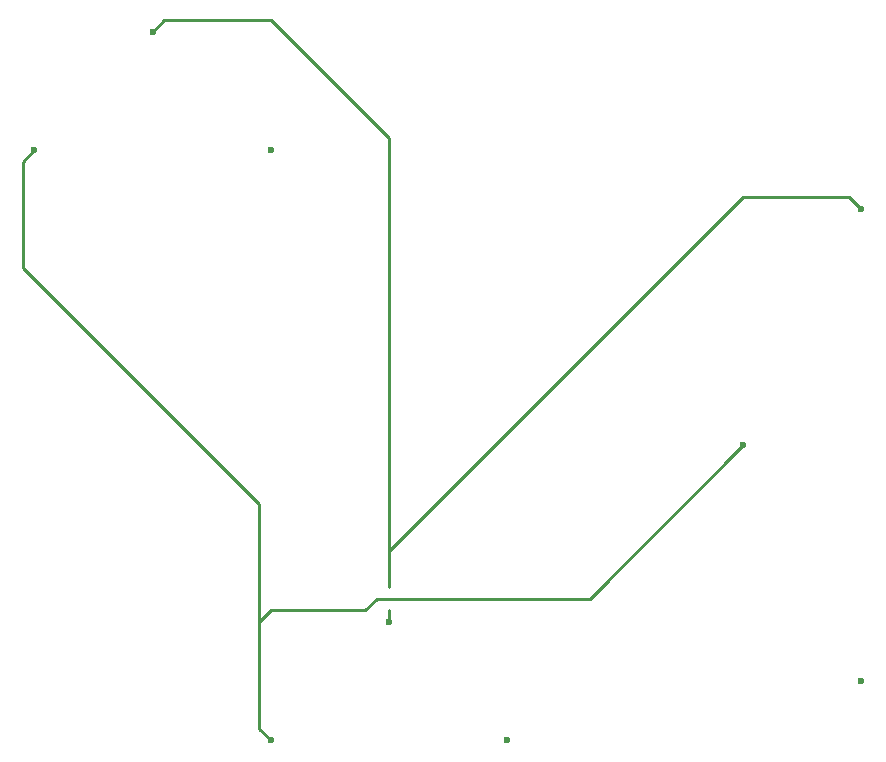
<source format=gtl>
G04 Created with the python gerber_writer 0.4.3.3*
G04 #@! TF.CreationDate,2024-11-12T13:04:35.820315*
G04 #@! TF.FileFunction,Copper,L1,Top,Signal*
G04 #@! TF.FilePolarity,Positive*
G04 #@! TF.GenerationSoftware,Devices-Lab,MakeDevice,0.1*
%MOMM*%
%FSLAX36Y36*%
G75*
G04 #@! TA.AperFunction,Conductor*
G04 #@! TAShape,Circle,0.254*
%ADD10C,0.254*%
G04 #@! TD*
G04 #@! TA.AperFunction,ViaPad*
G04 #@! TAShape,Circle,0.6*
%ADD11C,0.6*%
G04 #@! TD*
%LPD*%
D10*
X-15000000Y-9000000D02*
G01*
X15000000Y21000000D01*
X24000000Y21000000D01*
X25000000Y20000000D01*
X-15000000Y26000000D02*
X-25000000Y36000000D01*
X-34000000Y36000000D01*
X-35000000Y35000000D01*
X-15000000Y-15000000D02*
X-15000000Y-14000000D01*
X-15000000Y-12000000D02*
X-15000000Y26000000D01*
X-25000000Y-25000000D02*
X-26000000Y-24000000D01*
X-26000000Y-5000000D01*
X-26000000Y-15000000D02*
X-25000000Y-14000000D01*
X-17000000Y-14000000D01*
X-16000000Y-13000000D01*
X2000000Y-13000000D01*
X15000000Y0D01*
X-26000000Y-5000000D02*
X-46000000Y15000000D01*
X-46000000Y24000000D01*
X-45000000Y25000000D01*
D11*
X-15000000Y-15000000D03*
X-35000000Y35000000D03*
X25000000Y20000000D03*
X-5000000Y-25000000D03*
X-25000000Y25000000D03*
X25000000Y-20000000D03*
X-25000000Y-25000000D03*
X-45000000Y25000000D03*
X15000000Y0D03*
M02*
</source>
